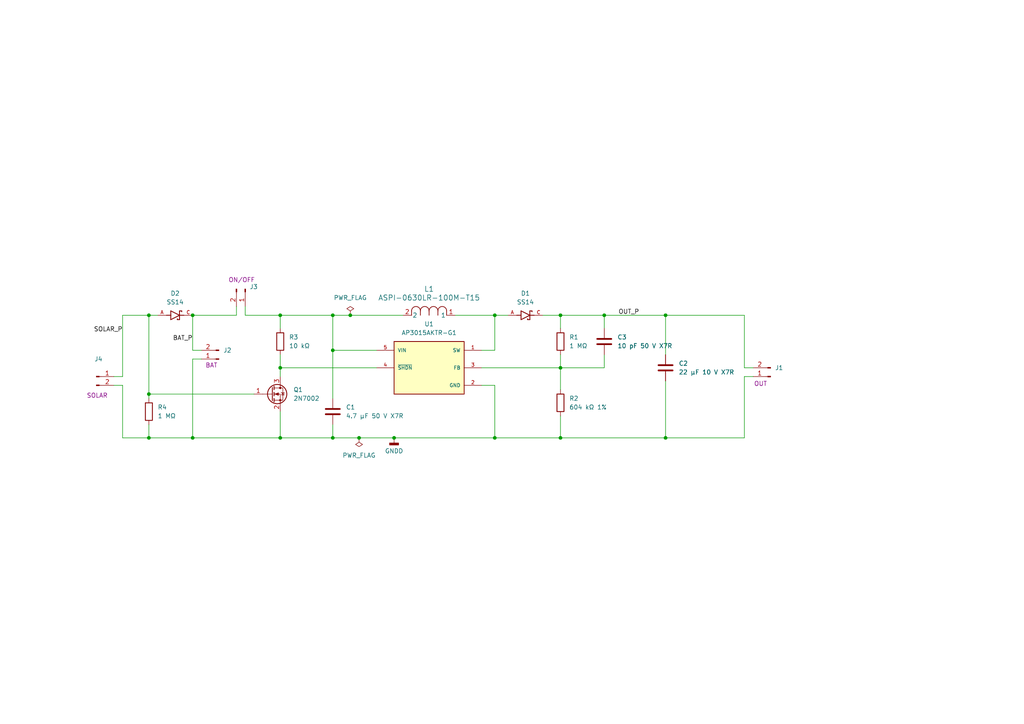
<source format=kicad_sch>
(kicad_sch (version 20231120) (generator "eeschema") (generator_version "8.0")
  (paper "A4")
  (title_block (title "Elektor's Solar Power Supply") (date "2024-04-04") (rev "1") (comment 1 "Used with permission by Peter Dalmaris") (comment 2 "for KiCad Like a Pro") (comment 3 "Designed by Clemens Valens for Elektor"))
  (lib_symbols
    (symbol "2024-04-02_04-49-58:ASPI-0630LR-100M-T15" (pin_names (offset 0.254))
      (property "Reference" "L" (at 6.985 5.08 0))
      (property "Value" "ASPI-0630LR-100M-T15" (at 6.985 -2.54 0))
      (symbol "ASPI-0630LR-100M-T15_1_1"
        (polyline (pts (xy 2.54 0) (xy 2.54 1.27)) (stroke (width 0.2032)))
        (polyline (pts (xy 5.08 0) (xy 5.08 1.27)) (stroke (width 0.2032)))
        (polyline (pts (xy 7.62 0) (xy 7.62 1.27)) (stroke (width 0.2032)))
        (polyline (pts (xy 10.16 0) (xy 10.16 1.27)) (stroke (width 0.2032)))
        (polyline (pts (xy 12.7 0) (xy 12.7 1.27)) (stroke (width 0.2032)))
        (arc (start 5.08 1.27) (mid 3.81 2.5344) (end 2.54 1.27) (stroke (width 0.2032)))
        (arc (start 7.62 1.27) (mid 6.35 2.5344) (end 5.08 1.27) (stroke (width 0.2032)))
        (arc (start 10.16 1.27) (mid 8.89 2.5344) (end 7.62 1.27) (stroke (width 0.2032)))
        (arc (start 12.7 1.27) (mid 11.43 2.5344) (end 10.16 1.27) (stroke (width 0.2032)))
        (pin unspecified line (at 15.24 0 180) (length 2.54) (name "1") (number "1"))
        (pin unspecified line (at 0 0 0) (length 2.54) (name "2") (number "2"))
      )
      (symbol "ASPI-0630LR-100M-T15_1_2"
        (arc (start -1.27 5.08) (mid -2.5344 3.81) (end -1.27 2.54) (stroke (width 0.2032)))
        (arc (start -1.27 7.62) (mid -2.5344 6.35) (end -1.27 5.08) (stroke (width 0.2032)))
        (arc (start -1.27 10.16) (mid -2.5344 8.89) (end -1.27 7.62) (stroke (width 0.2032)))
        (arc (start -1.27 12.7) (mid -2.5344 11.43) (end -1.27 10.16) (stroke (width 0.2032)))
        (polyline (pts (xy 0 2.54) (xy -1.27 2.54)) (stroke (width 0.2032)))
        (polyline (pts (xy 0 5.08) (xy -1.27 5.08)) (stroke (width 0.2032)))
        (polyline (pts (xy 0 7.62) (xy -1.27 7.62)) (stroke (width 0.2032)))
        (polyline (pts (xy 0 10.16) (xy -1.27 10.16)) (stroke (width 0.2032)))
        (polyline (pts (xy 0 12.7) (xy -1.27 12.7)) (stroke (width 0.2032)))
        (pin unspecified line (at 0 15.24 270) (length 2.54) (name "1") (number "1"))
        (pin unspecified line (at 0 0 90) (length 2.54) (name "2") (number "2"))
      )
    )
    (symbol "AP3015AKTR-G1:AP3015AKTR-G1" (pin_names (offset 1.016))
      (property "Reference" "U" (at -10.16 8.382 0))
      (property "Value" "AP3015AKTR-G1" (at -10.16 -10.16 0))
      (symbol "AP3015AKTR-G1_0_0"
        (rectangle (start -10.16 -7.62) (end 10.16 7.62) (stroke (width 0.254)) (fill (type background)))
        (pin output line (at 15.24 5.08 180) (length 5.08) (name "SW") (number "1"))
        (pin power_in line (at 15.24 -5.08 180) (length 5.08) (name "GND") (number "2"))
        (pin input line (at 15.24 0 180) (length 5.08) (name "FB") (number "3"))
        (pin input line (at -15.24 0 0) (length 5.08) (name "~{SHDN}") (number "4"))
        (pin input line (at -15.24 5.08 0) (length 5.08) (name "VIN") (number "5"))
      )
    )
    (symbol "Connector:Conn_01x02_Pin" (pin_names (offset 1.016) hide)
      (property "Reference" "J" (at 0 2.54 0))
      (property "Value" "Conn_01x02_Pin" (at 0 -5.08 0))
      (symbol "Conn_01x02_Pin_1_1"
        (polyline (pts (xy 1.27 -2.54) (xy 0.8636 -2.54)) (stroke (width 0.1524)))
        (polyline (pts (xy 1.27 0) (xy 0.8636 0)) (stroke (width 0.1524)))
        (rectangle (start 0.8636 -2.413) (end 0 -2.667) (stroke (width 0.1524)) (fill (type outline)))
        (rectangle (start 0.8636 0.127) (end 0 -0.127) (stroke (width 0.1524)) (fill (type outline)))
        (pin passive line (at 5.08 0 180) (length 3.81) (name "Pin_1") (number "1"))
        (pin passive line (at 5.08 -2.54 180) (length 3.81) (name "Pin_2") (number "2"))
      )
    )
    (symbol "Device:C" (pin_numbers hide) (pin_names (offset 0.254))
      (property "Reference" "C" (at 0.635 2.54 0))
      (property "Value" "C" (at 0.635 -2.54 0))
      (symbol "C_0_1"
        (polyline (pts (xy -2.032 -0.762) (xy 2.032 -0.762)) (stroke (width 0.508)))
        (polyline (pts (xy -2.032 0.762) (xy 2.032 0.762)) (stroke (width 0.508)))
      )
      (symbol "C_1_1"
        (pin passive line (at 0 3.81 270) (length 2.794) (name "~") (number "1"))
        (pin passive line (at 0 -3.81 90) (length 2.794) (name "~") (number "2"))
      )
    )
    (symbol "Device:R" (pin_numbers hide) (pin_names (offset 0))
      (property "Reference" "R" (at 2.032 0 90))
      (property "Value" "R" (at 0 0 90))
      (symbol "R_0_1"
        (rectangle (start -1.016 -2.54) (end 1.016 2.54) (stroke (width 0.254)))
      )
      (symbol "R_1_1"
        (pin passive line (at 0 3.81 270) (length 1.27) (name "~") (number "1"))
        (pin passive line (at 0 -3.81 90) (length 1.27) (name "~") (number "2"))
      )
    )
    (symbol "SS14:SS14" (pin_names (offset 1.016))
      (property "Reference" "D" (at -5.08 2.54 0))
      (property "Value" "SS14" (at -5.08 -3.81 0))
      (symbol "SS14_0_0"
        (polyline (pts (xy -2.54 0) (xy -1.27 0)) (stroke (width 0.254)))
        (polyline (pts (xy -1.27 -1.27) (xy 1.27 0)) (stroke (width 0.254)))
        (polyline (pts (xy -1.27 0) (xy -1.27 -1.27)) (stroke (width 0.254)))
        (polyline (pts (xy -1.27 1.27) (xy -1.27 0)) (stroke (width 0.254)))
        (polyline (pts (xy 0.635 -1.016) (xy 0.635 -1.27)) (stroke (width 0.254)))
        (polyline (pts (xy 1.27 -1.27) (xy 0.635 -1.27)) (stroke (width 0.254)))
        (polyline (pts (xy 1.27 0) (xy -1.27 1.27)) (stroke (width 0.254)))
        (polyline (pts (xy 1.27 0) (xy 1.27 -1.27)) (stroke (width 0.254)))
        (polyline (pts (xy 1.27 1.27) (xy 1.27 0)) (stroke (width 0.254)))
        (polyline (pts (xy 1.905 1.27) (xy 1.27 1.27)) (stroke (width 0.254)))
        (polyline (pts (xy 1.905 1.27) (xy 1.905 1.016)) (stroke (width 0.254)))
        (polyline (pts (xy 2.54 0) (xy 1.27 0)) (stroke (width 0.254)))
        (pin passive line (at -5.08 0 0) (length 2.54) (name "~") (number "A"))
        (pin passive line (at 5.08 0 180) (length 2.54) (name "~") (number "C"))
      )
    )
    (symbol "Transistor_FET:2N7002" (pin_names hide)
      (property "Reference" "Q" (at 5.08 1.905 0))
      (property "Value" "2N7002" (at 5.08 0 0))
      (symbol "2N7002_0_1"
        (polyline (pts (xy 0.254 0) (xy -2.54 0)))
        (polyline (pts (xy 0.254 1.905) (xy 0.254 -1.905)) (stroke (width 0.254)))
        (polyline (pts (xy 0.762 -1.27) (xy 0.762 -2.286)) (stroke (width 0.254)))
        (polyline (pts (xy 0.762 0.508) (xy 0.762 -0.508)) (stroke (width 0.254)))
        (polyline (pts (xy 0.762 2.286) (xy 0.762 1.27)) (stroke (width 0.254)))
        (polyline (pts (xy 2.54 2.54) (xy 2.54 1.778)))
        (polyline (pts (xy 2.54 -2.54) (xy 2.54 0) (xy 0.762 0)))
        (polyline (pts (xy 0.762 -1.778) (xy 3.302 -1.778) (xy 3.302 1.778) (xy 0.762 1.778)))
        (polyline (pts (xy 1.016 0) (xy 2.032 0.381) (xy 2.032 -0.381) (xy 1.016 0)) (fill (type outline)))
        (polyline (pts (xy 2.794 0.508) (xy 2.921 0.381) (xy 3.683 0.381) (xy 3.81 0.254)))
        (polyline (pts (xy 3.302 0.381) (xy 2.921 -0.254) (xy 3.683 -0.254) (xy 3.302 0.381)))
        (circle (center 1.651 0) (radius 2.794) (stroke (width 0.254)))
        (circle (center 2.54 -1.778) (radius 0.254) (fill (type outline)))
        (circle (center 2.54 1.778) (radius 0.254) (fill (type outline)))
      )
      (symbol "2N7002_1_1"
        (pin input line (at -5.08 0 0) (length 2.54) (name "G") (number "1"))
        (pin passive line (at 2.54 -5.08 90) (length 2.54) (name "S") (number "2"))
        (pin passive line (at 2.54 5.08 270) (length 2.54) (name "D") (number "3"))
      )
    )
    (symbol "power:GNDD" (power) (pin_names (offset 0))
      (property "Value" "GNDD" (at 0 -3.175 0))
      (symbol "GNDD_0_1"
        (rectangle (start -1.27 -1.524) (end 1.27 -2.032) (stroke (width 0.254)) (fill (type outline)))
        (polyline (pts (xy 0 0) (xy 0 -1.524)))
      )
      (symbol "GNDD_1_1"
        (pin power_in line (at 0 0 270) (length 0) hide (name "GNDD") (number "1"))
      )
    )
    (symbol "power:PWR_FLAG" (power) (pin_numbers hide) (pin_names (offset 0) hide)
      (property "Value" "PWR_FLAG" (at 0 3.81 0))
      (symbol "PWR_FLAG_0_0"
        (pin power_out line (at 0 0 90) (length 0) (name "pwr") (number "1"))
      )
      (symbol "PWR_FLAG_0_1"
        (polyline (pts (xy 0 0) (xy 0 1.27) (xy -1.016 1.905) (xy 0 2.54) (xy 1.016 1.905) (xy 0 1.27)))
      )
    )
  )
  (junction (at 143.51 91.44))
  (junction (at 43.18 91.44))
  (junction (at 104.14 127))
  (junction (at 162.56 106.68))
  (junction (at 162.56 91.44))
  (junction (at 43.18 127))
  (junction (at 175.26 91.44))
  (junction (at 193.04 127))
  (junction (at 96.52 91.44))
  (junction (at 193.04 91.44))
  (junction (at 96.52 101.6))
  (junction (at 43.18 114.3))
  (junction (at 81.28 127))
  (junction (at 81.28 106.68))
  (junction (at 55.88 91.44))
  (junction (at 55.88 127))
  (junction (at 101.6 91.44))
  (junction (at 96.52 127))
  (junction (at 162.56 127))
  (junction (at 114.3 127))
  (junction (at 143.51 127))
  (junction (at 81.28 91.44))
  (wire (pts (xy 81.28 127) (xy 96.52 127)))
  (wire (pts (xy 71.12 91.44) (xy 81.28 91.44)))
  (wire (pts (xy 139.7 101.6) (xy 143.51 101.6)))
  (wire (pts (xy 215.9 106.68) (xy 215.9 91.44)))
  (wire (pts (xy 55.88 104.14) (xy 55.88 127)))
  (wire (pts (xy 43.18 91.44) (xy 45.72 91.44)))
  (wire (pts (xy 43.18 114.3) (xy 73.66 114.3)))
  (wire (pts (xy 81.28 119.38) (xy 81.28 127)))
  (wire (pts (xy 43.18 127) (xy 55.88 127)))
  (wire (pts (xy 43.18 91.44) (xy 43.18 114.3)))
  (wire (pts (xy 58.42 101.6) (xy 55.88 101.6)))
  (wire (pts (xy 81.28 106.68) (xy 81.28 109.22)))
  (wire (pts (xy 218.44 109.22) (xy 215.9 109.22)))
  (wire (pts (xy 132.08 91.44) (xy 143.51 91.44)))
  (wire (pts (xy 143.51 91.44) (xy 147.32 91.44)))
  (wire (pts (xy 96.52 91.44) (xy 96.52 101.6)))
  (wire (pts (xy 215.9 109.22) (xy 215.9 127)))
  (wire (pts (xy 139.7 111.76) (xy 143.51 111.76)))
  (wire (pts (xy 96.52 101.6) (xy 109.22 101.6)))
  (wire (pts (xy 175.26 102.87) (xy 175.26 106.68)))
  (wire (pts (xy 55.88 91.44) (xy 68.58 91.44)))
  (wire (pts (xy 55.88 101.6) (xy 55.88 91.44)))
  (wire (pts (xy 114.3 127) (xy 143.51 127)))
  (wire (pts (xy 35.56 91.44) (xy 43.18 91.44)))
  (wire (pts (xy 175.26 106.68) (xy 162.56 106.68)))
  (wire (pts (xy 35.56 111.76) (xy 35.56 127)))
  (wire (pts (xy 143.51 127) (xy 162.56 127)))
  (wire (pts (xy 162.56 102.87) (xy 162.56 106.68)))
  (wire (pts (xy 43.18 123.19) (xy 43.18 127)))
  (wire (pts (xy 58.42 104.14) (xy 55.88 104.14)))
  (wire (pts (xy 81.28 106.68) (xy 109.22 106.68)))
  (wire (pts (xy 218.44 106.68) (xy 215.9 106.68)))
  (wire (pts (xy 143.51 111.76) (xy 143.51 127)))
  (wire (pts (xy 101.6 91.44) (xy 116.84 91.44)))
  (wire (pts (xy 35.56 109.22) (xy 35.56 91.44)))
  (wire (pts (xy 193.04 110.49) (xy 193.04 127)))
  (wire (pts (xy 175.26 91.44) (xy 162.56 91.44)))
  (wire (pts (xy 81.28 102.87) (xy 81.28 106.68)))
  (wire (pts (xy 96.52 123.19) (xy 96.52 127)))
  (wire (pts (xy 162.56 120.65) (xy 162.56 127)))
  (wire (pts (xy 33.02 111.76) (xy 35.56 111.76)))
  (wire (pts (xy 193.04 91.44) (xy 175.26 91.44)))
  (wire (pts (xy 33.02 109.22) (xy 35.56 109.22)))
  (wire (pts (xy 193.04 127) (xy 162.56 127)))
  (wire (pts (xy 43.18 114.3) (xy 43.18 115.57)))
  (wire (pts (xy 162.56 91.44) (xy 162.56 95.25)))
  (wire (pts (xy 96.52 101.6) (xy 96.52 115.57)))
  (wire (pts (xy 81.28 91.44) (xy 96.52 91.44)))
  (wire (pts (xy 175.26 95.25) (xy 175.26 91.44)))
  (wire (pts (xy 81.28 91.44) (xy 81.28 95.25)))
  (wire (pts (xy 143.51 101.6) (xy 143.51 91.44)))
  (wire (pts (xy 68.58 88.9) (xy 68.58 91.44)))
  (wire (pts (xy 215.9 91.44) (xy 193.04 91.44)))
  (wire (pts (xy 55.88 127) (xy 81.28 127)))
  (wire (pts (xy 71.12 88.9) (xy 71.12 91.44)))
  (wire (pts (xy 215.9 127) (xy 193.04 127)))
  (wire (pts (xy 96.52 127) (xy 104.14 127)))
  (wire (pts (xy 193.04 102.87) (xy 193.04 91.44)))
  (wire (pts (xy 157.48 91.44) (xy 162.56 91.44)))
  (wire (pts (xy 162.56 106.68) (xy 162.56 113.03)))
  (wire (pts (xy 139.7 106.68) (xy 162.56 106.68)))
  (wire (pts (xy 35.56 127) (xy 43.18 127)))
  (wire (pts (xy 104.14 127) (xy 114.3 127)))
  (wire (pts (xy 96.52 91.44) (xy 101.6 91.44)))
  (label "OUT_P" (at 185.42 91.44 180))
  (label "BAT_P" (at 55.88 99.06 180))
  (label "SOLAR_P" (at 35.56 96.52 180))
  (symbol (lib_id "power:PWR_FLAG") (at 101.6 91.44 0) (unit 1)
    (property "Reference" "#FLG02" (effects (hide yes)))
    (property "Value" "PWR_FLAG" (at 101.6 86.36 0))
    (property "Description" "Special symbol for telling ERC where power comes from" (effects (hide yes)))
  )
  (symbol (lib_id "SS14:SS14") (at 50.8 91.44 0) (unit 1)
    (property "Reference" "D2" (at 50.8 85.09 0))
    (property "Value" "SS14" (at 50.8 87.63 0))
    (property "Footprint" "SS14:DIOM4325X250N" (effects (hide yes)))
    (property "MF" "Taiwan Semiconductor" (effects (hide yes)))
    (property "MAXIMUM_PACKAGE_HEIGHT" "2.5 mm" (effects (hide yes)))
    (property "Package" "SMA-2 Taiwan Semiconductor" (effects (hide yes)))
    (property "Price" "None" (effects (hide yes)))
    (property "Check_prices" "https://www.snapeda.com/parts/SS14/Taiwan+Semiconductor/view-part/?ref=eda" (effects (hide yes)))
    (property "STANDARD" "IPC-7351B" (effects (hide yes)))
    (property "PARTREV" "O2102" (effects (hide yes)))
    (property "SnapEDA_Link" "https://www.snapeda.com/parts/SS14/Taiwan+Semiconductor/view-part/?ref=snap" (effects (hide yes)))
    (property "MP" "SS14" (effects (hide yes)))
    (property "Description_1" "\n1A, 40V, Schottky Rectifier\n" (effects (hide yes)))
    (property "Availability" "In Stock" (effects (hide yes)))
    (property "MANUFACTURER" "Taiwan Semiconductor" (effects (hide yes)))
  )
  (symbol (lib_id "AP3015AKTR-G1:AP3015AKTR-G1") (at 124.46 106.68 0) (unit 1)
    (property "Reference" "U1" (at 124.46 93.98 0))
    (property "Value" "AP3015AKTR-G1" (at 124.46 96.52 0))
    (property "Footprint" "AP3015AKTR-G1:SOT95P280X145-5N" (effects (hide yes)))
    (property "MF" "Diodes Inc." (effects (hide yes)))
    (property "MAXIMUM_PACKAGE_HEIGHT" "1.45mm" (effects (hide yes)))
    (property "Package" "SOT-23-5 Diodes Inc." (effects (hide yes)))
    (property "Price" "None" (effects (hide yes)))
    (property "Check_prices" "https://www.snapeda.com/parts/AP3015AKTR-G1/Diodes+Inc./view-part/?ref=eda" (effects (hide yes)))
    (property "STANDARD" "IPC-7351B" (effects (hide yes)))
    (property "PARTREV" "1.4" (effects (hide yes)))
    (property "SnapEDA_Link" "https://www.snapeda.com/parts/AP3015AKTR-G1/Diodes+Inc./view-part/?ref=snap" (effects (hide yes)))
    (property "MP" "AP3015AKTR-G1" (effects (hide yes)))
    (property "Purchase-URL" "https://www.snapeda.com/api/url_track_click_mouser/?unipart_id=490813&manufacturer=Diodes Inc.&part_name=AP3015AKTR-G1&search_term=ap3015" (effects (hide yes)))
    (property "Description_1" "\nuPower Step-Up DC-DC Converter SOT23-5 | Diodes Inc AP3015AKTR-G1\n" (effects (hide yes)))
    (property "Availability" "In Stock" (effects (hide yes)))
    (property "MANUFACTURER" "Diodes Inc" (effects (hide yes)))
  )
  (symbol (lib_id "Device:R") (at 43.18 119.38 0) (unit 1)
    (property "Reference" "R4" (at 45.72 118.1099 0) (effects (justify left)))
    (property "Value" "1 ΜΩ" (at 45.72 120.6499 0) (effects (justify left)))
    (property "Footprint" "Resistor_SMD:R_0805_2012Metric" (effects (hide yes)))
    (property "Description" "Resistor" (effects (hide yes)))
  )
  (symbol (lib_id "Device:C") (at 193.04 106.68 0) (unit 1)
    (property "Reference" "C2" (at 196.85 105.4099 0) (effects (justify left)))
    (property "Value" "22 μF 10 V X7R" (at 196.85 107.9499 0) (effects (justify left)))
    (property "Footprint" "Capacitor_SMD:C_1206_3216Metric" (effects (hide yes)))
    (property "Description" "Unpolarized capacitor" (effects (hide yes)))
  )
  (symbol (lib_id "power:PWR_FLAG") (at 104.14 127 180) (unit 1)
    (property "Reference" "#FLG01" (effects (hide yes)))
    (property "Value" "PWR_FLAG" (at 104.14 132.08 0))
    (property "Description" "Special symbol for telling ERC where power comes from" (effects (hide yes)))
  )
  (symbol (lib_id "Device:R") (at 162.56 116.84 0) (unit 1)
    (property "Reference" "R2" (at 165.1 115.5699 0) (effects (justify left)))
    (property "Value" "604 kΩ 1%" (at 165.1 118.1099 0) (effects (justify left)))
    (property "Footprint" "Resistor_SMD:R_0805_2012Metric" (effects (hide yes)))
    (property "Description" "Resistor" (effects (hide yes)))
  )
  (symbol (lib_id "Connector:Conn_01x02_Pin") (at 223.52 109.22 180) (unit 1)
    (property "Reference" "J1" (at 224.79 106.6799 0) (effects (justify right)))
    (property "Value" "Conn_01x02_Pin" (effects (hide yes)))
    (property "Footprint" "Connector_PinHeader_2.54mm:PinHeader_1x02_P2.54mm_Vertical" (effects (hide yes)))
    (property "Description" "Generic connector, single row, 01x02, script generated" (effects (hide yes)))
    (property "Short description" "OUT" (at 220.599 111.252 0))
  )
  (symbol (lib_id "Connector:Conn_01x02_Pin") (at 71.12 83.82 270) (unit 1)
    (property "Reference" "J3" (at 72.39 83.1849 90) (effects (justify left)))
    (property "Value" "Conn_01x02_Pin" (effects (hide yes)))
    (property "Footprint" "Connector_PinHeader_2.54mm:PinHeader_1x02_P2.54mm_Vertical" (effects (hide yes)))
    (property "Description" "Generic connector, single row, 01x02, script generated" (effects (hide yes)))
    (property "Short description" "ON/OFF" (at 70.104 81.153 90))
  )
  (symbol (lib_id "Device:R") (at 162.56 99.06 0) (unit 1)
    (property "Reference" "R1" (at 165.1 97.7899 0) (effects (justify left)))
    (property "Value" "1 ΜΩ" (at 165.1 100.3299 0) (effects (justify left)))
    (property "Footprint" "Resistor_SMD:R_0805_2012Metric" (effects (hide yes)))
    (property "Description" "Resistor" (effects (hide yes)))
  )
  (symbol (lib_id "Connector:Conn_01x02_Pin") (at 63.5 104.14 180) (unit 1)
    (property "Reference" "J2" (at 64.77 101.5999 0) (effects (justify right)))
    (property "Value" "Conn_01x02_Pin" (effects (hide yes)))
    (property "Footprint" "Connector_PinHeader_2.54mm:PinHeader_1x02_P2.54mm_Vertical" (effects (hide yes)))
    (property "Description" "Generic connector, single row, 01x02, script generated" (effects (hide yes)))
    (property "Short description" "BAT" (at 61.341 105.918 0))
  )
  (symbol (lib_id "Connector:Conn_01x02_Pin") (at 27.94 109.22 0) (unit 1)
    (property "Reference" "J4" (at 28.575 104.14 0))
    (property "Value" "Conn_01x02_Pin" (effects (hide yes)))
    (property "Footprint" "Connector_PinHeader_2.00mm:PinHeader_1x02_P2.00mm_Horizontal" (effects (hide yes)))
    (property "Description" "Generic connector, single row, 01x02, script generated" (effects (hide yes)))
    (property "Short description" "SOLAR" (at 28.194 114.681 0))
  )
  (symbol (lib_id "SS14:SS14") (at 152.4 91.44 0) (unit 1)
    (property "Reference" "D1" (at 152.4 85.09 0))
    (property "Value" "SS14" (at 152.4 87.63 0))
    (property "Footprint" "SS14:DIOM4325X250N" (effects (hide yes)))
    (property "MF" "Taiwan Semiconductor" (effects (hide yes)))
    (property "MAXIMUM_PACKAGE_HEIGHT" "2.5 mm" (effects (hide yes)))
    (property "Package" "SMA-2 Taiwan Semiconductor" (effects (hide yes)))
    (property "Price" "None" (effects (hide yes)))
    (property "Check_prices" "https://www.snapeda.com/parts/SS14/Taiwan+Semiconductor/view-part/?ref=eda" (effects (hide yes)))
    (property "STANDARD" "IPC-7351B" (effects (hide yes)))
    (property "PARTREV" "O2102" (effects (hide yes)))
    (property "SnapEDA_Link" "https://www.snapeda.com/parts/SS14/Taiwan+Semiconductor/view-part/?ref=snap" (effects (hide yes)))
    (property "MP" "SS14" (effects (hide yes)))
    (property "Description_1" "\n1A, 40V, Schottky Rectifier\n" (effects (hide yes)))
    (property "Availability" "In Stock" (effects (hide yes)))
    (property "MANUFACTURER" "Taiwan Semiconductor" (effects (hide yes)))
  )
  (symbol (lib_id "Transistor_FET:2N7002") (at 78.74 114.3 0) (unit 1)
    (property "Reference" "Q1" (at 85.09 113.0299 0) (effects (justify left)))
    (property "Value" "2N7002" (at 85.09 115.5699 0) (effects (justify left)))
    (property "Footprint" "Package_TO_SOT_SMD:SOT-23" (effects (hide yes)))
    (property "Datasheet" "https://www.onsemi.com/pub/Collateral/NDS7002A-D.PDF" (effects (hide yes)))
    (property "Description" "0.115A Id, 60V Vds, N-Channel MOSFET, SOT-23" (effects (hide yes)))
  )
  (symbol (lib_id "Device:C") (at 96.52 119.38 0) (unit 1)
    (property "Reference" "C1" (at 100.33 118.1099 0) (effects (justify left)))
    (property "Value" "4.7 μF 50 V X7R" (at 100.33 120.6499 0) (effects (justify left)))
    (property "Footprint" "Capacitor_SMD:C_0805_2012Metric" (effects (hide yes)))
    (property "Description" "Unpolarized capacitor" (effects (hide yes)))
  )
  (symbol (lib_id "Device:R") (at 81.28 99.06 0) (unit 1)
    (property "Reference" "R3" (at 83.82 97.7899 0) (effects (justify left)))
    (property "Value" "10 kΩ" (at 83.82 100.3299 0) (effects (justify left)))
    (property "Footprint" "Resistor_SMD:R_0805_2012Metric" (effects (hide yes)))
    (property "Description" "Resistor" (effects (hide yes)))
  )
  (symbol (lib_id "power:GNDD") (at 114.3 127 0) (unit 1)
    (property "Reference" "#PWR01" (effects (hide yes)))
    (property "Value" "GNDD" (at 114.3 130.81 0))
    (property "Description" "Power symbol creates a global label with name \"GNDD\" , digital ground" (effects (hide yes)))
  )
  (symbol (lib_id "Device:C") (at 175.26 99.06 0) (unit 1)
    (property "Reference" "C3" (at 179.07 97.7899 0) (effects (justify left)))
    (property "Value" "10 pF 50 V X7R" (at 179.07 100.3299 0) (effects (justify left)))
    (property "Footprint" "Capacitor_SMD:C_0805_2012Metric" (effects (hide yes)))
    (property "Description" "Unpolarized capacitor" (effects (hide yes)))
  )
  (symbol (lib_id "2024-04-02_04-49-58:ASPI-0630LR-100M-T15") (at 116.84 91.44 0) (unit 1)
    (property "Reference" "L1" (at 124.46 83.82 0) (effects (font (size 1.524 1.524))))
    (property "Value" "ASPI-0630LR-100M-T15" (at 124.46 86.36 0) (effects (font (size 1.524 1.524))))
    (property "Footprint" "footprints_coil:IND_ASPI-0630LR_ABR" (effects (hide yes)))
    (property "Datasheet" "ASPI-0630LR-100M-T15" (effects (hide yes)))
  )
)
</source>
